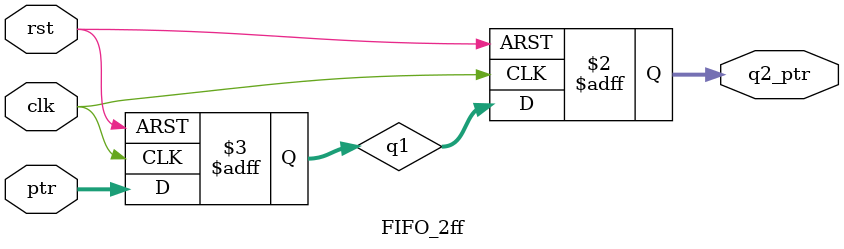
<source format=sv>
`include "FIFO_mem.sv"

module FIFO_2ff #(parameter int DEPTH = 8) (
input logic [0:$clog2(DEPTH)] ptr,
input logic clk, rst,
output logic [0:$clog2(DEPTH)] q2_ptr);

logic [0:$clog2(DEPTH)] q1;

always @(posedge clk or posedge rst) begin
	if(rst) begin
		q1 <= 0;
		q2_ptr <= 0;
	end else begin
		q1 <= ptr;
		q2_ptr <= q1;
	end
end
endmodule
	

</source>
